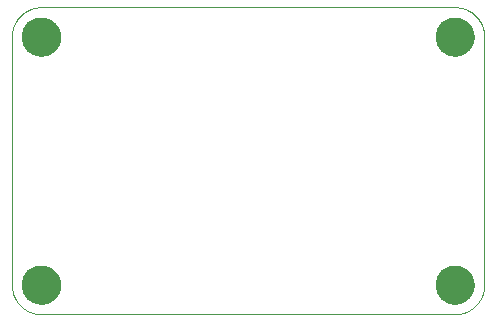
<source format=gbs>
G75*
%MOIN*%
%OFA0B0*%
%FSLAX25Y25*%
%IPPOS*%
%LPD*%
%AMOC8*
5,1,8,0,0,1.08239X$1,22.5*
%
%ADD10C,0.00000*%
%ADD11C,0.12998*%
D10*
X0013611Y0003769D02*
X0151406Y0003769D01*
X0145107Y0013611D02*
X0145109Y0013769D01*
X0145115Y0013927D01*
X0145125Y0014085D01*
X0145139Y0014243D01*
X0145157Y0014400D01*
X0145178Y0014557D01*
X0145204Y0014713D01*
X0145234Y0014869D01*
X0145267Y0015024D01*
X0145305Y0015177D01*
X0145346Y0015330D01*
X0145391Y0015482D01*
X0145440Y0015633D01*
X0145493Y0015782D01*
X0145549Y0015930D01*
X0145609Y0016076D01*
X0145673Y0016221D01*
X0145741Y0016364D01*
X0145812Y0016506D01*
X0145886Y0016646D01*
X0145964Y0016783D01*
X0146046Y0016919D01*
X0146130Y0017053D01*
X0146219Y0017184D01*
X0146310Y0017313D01*
X0146405Y0017440D01*
X0146502Y0017565D01*
X0146603Y0017687D01*
X0146707Y0017806D01*
X0146814Y0017923D01*
X0146924Y0018037D01*
X0147037Y0018148D01*
X0147152Y0018257D01*
X0147270Y0018362D01*
X0147391Y0018464D01*
X0147514Y0018564D01*
X0147640Y0018660D01*
X0147768Y0018753D01*
X0147898Y0018843D01*
X0148031Y0018929D01*
X0148166Y0019013D01*
X0148302Y0019092D01*
X0148441Y0019169D01*
X0148582Y0019241D01*
X0148724Y0019311D01*
X0148868Y0019376D01*
X0149014Y0019438D01*
X0149161Y0019496D01*
X0149310Y0019551D01*
X0149460Y0019602D01*
X0149611Y0019649D01*
X0149763Y0019692D01*
X0149916Y0019731D01*
X0150071Y0019767D01*
X0150226Y0019798D01*
X0150382Y0019826D01*
X0150538Y0019850D01*
X0150695Y0019870D01*
X0150853Y0019886D01*
X0151010Y0019898D01*
X0151169Y0019906D01*
X0151327Y0019910D01*
X0151485Y0019910D01*
X0151643Y0019906D01*
X0151802Y0019898D01*
X0151959Y0019886D01*
X0152117Y0019870D01*
X0152274Y0019850D01*
X0152430Y0019826D01*
X0152586Y0019798D01*
X0152741Y0019767D01*
X0152896Y0019731D01*
X0153049Y0019692D01*
X0153201Y0019649D01*
X0153352Y0019602D01*
X0153502Y0019551D01*
X0153651Y0019496D01*
X0153798Y0019438D01*
X0153944Y0019376D01*
X0154088Y0019311D01*
X0154230Y0019241D01*
X0154371Y0019169D01*
X0154510Y0019092D01*
X0154646Y0019013D01*
X0154781Y0018929D01*
X0154914Y0018843D01*
X0155044Y0018753D01*
X0155172Y0018660D01*
X0155298Y0018564D01*
X0155421Y0018464D01*
X0155542Y0018362D01*
X0155660Y0018257D01*
X0155775Y0018148D01*
X0155888Y0018037D01*
X0155998Y0017923D01*
X0156105Y0017806D01*
X0156209Y0017687D01*
X0156310Y0017565D01*
X0156407Y0017440D01*
X0156502Y0017313D01*
X0156593Y0017184D01*
X0156682Y0017053D01*
X0156766Y0016919D01*
X0156848Y0016783D01*
X0156926Y0016646D01*
X0157000Y0016506D01*
X0157071Y0016364D01*
X0157139Y0016221D01*
X0157203Y0016076D01*
X0157263Y0015930D01*
X0157319Y0015782D01*
X0157372Y0015633D01*
X0157421Y0015482D01*
X0157466Y0015330D01*
X0157507Y0015177D01*
X0157545Y0015024D01*
X0157578Y0014869D01*
X0157608Y0014713D01*
X0157634Y0014557D01*
X0157655Y0014400D01*
X0157673Y0014243D01*
X0157687Y0014085D01*
X0157697Y0013927D01*
X0157703Y0013769D01*
X0157705Y0013611D01*
X0157703Y0013453D01*
X0157697Y0013295D01*
X0157687Y0013137D01*
X0157673Y0012979D01*
X0157655Y0012822D01*
X0157634Y0012665D01*
X0157608Y0012509D01*
X0157578Y0012353D01*
X0157545Y0012198D01*
X0157507Y0012045D01*
X0157466Y0011892D01*
X0157421Y0011740D01*
X0157372Y0011589D01*
X0157319Y0011440D01*
X0157263Y0011292D01*
X0157203Y0011146D01*
X0157139Y0011001D01*
X0157071Y0010858D01*
X0157000Y0010716D01*
X0156926Y0010576D01*
X0156848Y0010439D01*
X0156766Y0010303D01*
X0156682Y0010169D01*
X0156593Y0010038D01*
X0156502Y0009909D01*
X0156407Y0009782D01*
X0156310Y0009657D01*
X0156209Y0009535D01*
X0156105Y0009416D01*
X0155998Y0009299D01*
X0155888Y0009185D01*
X0155775Y0009074D01*
X0155660Y0008965D01*
X0155542Y0008860D01*
X0155421Y0008758D01*
X0155298Y0008658D01*
X0155172Y0008562D01*
X0155044Y0008469D01*
X0154914Y0008379D01*
X0154781Y0008293D01*
X0154646Y0008209D01*
X0154510Y0008130D01*
X0154371Y0008053D01*
X0154230Y0007981D01*
X0154088Y0007911D01*
X0153944Y0007846D01*
X0153798Y0007784D01*
X0153651Y0007726D01*
X0153502Y0007671D01*
X0153352Y0007620D01*
X0153201Y0007573D01*
X0153049Y0007530D01*
X0152896Y0007491D01*
X0152741Y0007455D01*
X0152586Y0007424D01*
X0152430Y0007396D01*
X0152274Y0007372D01*
X0152117Y0007352D01*
X0151959Y0007336D01*
X0151802Y0007324D01*
X0151643Y0007316D01*
X0151485Y0007312D01*
X0151327Y0007312D01*
X0151169Y0007316D01*
X0151010Y0007324D01*
X0150853Y0007336D01*
X0150695Y0007352D01*
X0150538Y0007372D01*
X0150382Y0007396D01*
X0150226Y0007424D01*
X0150071Y0007455D01*
X0149916Y0007491D01*
X0149763Y0007530D01*
X0149611Y0007573D01*
X0149460Y0007620D01*
X0149310Y0007671D01*
X0149161Y0007726D01*
X0149014Y0007784D01*
X0148868Y0007846D01*
X0148724Y0007911D01*
X0148582Y0007981D01*
X0148441Y0008053D01*
X0148302Y0008130D01*
X0148166Y0008209D01*
X0148031Y0008293D01*
X0147898Y0008379D01*
X0147768Y0008469D01*
X0147640Y0008562D01*
X0147514Y0008658D01*
X0147391Y0008758D01*
X0147270Y0008860D01*
X0147152Y0008965D01*
X0147037Y0009074D01*
X0146924Y0009185D01*
X0146814Y0009299D01*
X0146707Y0009416D01*
X0146603Y0009535D01*
X0146502Y0009657D01*
X0146405Y0009782D01*
X0146310Y0009909D01*
X0146219Y0010038D01*
X0146130Y0010169D01*
X0146046Y0010303D01*
X0145964Y0010439D01*
X0145886Y0010576D01*
X0145812Y0010716D01*
X0145741Y0010858D01*
X0145673Y0011001D01*
X0145609Y0011146D01*
X0145549Y0011292D01*
X0145493Y0011440D01*
X0145440Y0011589D01*
X0145391Y0011740D01*
X0145346Y0011892D01*
X0145305Y0012045D01*
X0145267Y0012198D01*
X0145234Y0012353D01*
X0145204Y0012509D01*
X0145178Y0012665D01*
X0145157Y0012822D01*
X0145139Y0012979D01*
X0145125Y0013137D01*
X0145115Y0013295D01*
X0145109Y0013453D01*
X0145107Y0013611D01*
X0151406Y0003768D02*
X0151644Y0003771D01*
X0151882Y0003779D01*
X0152119Y0003794D01*
X0152356Y0003814D01*
X0152592Y0003840D01*
X0152828Y0003871D01*
X0153063Y0003908D01*
X0153297Y0003951D01*
X0153530Y0004000D01*
X0153762Y0004054D01*
X0153992Y0004114D01*
X0154221Y0004179D01*
X0154448Y0004250D01*
X0154673Y0004326D01*
X0154896Y0004408D01*
X0155118Y0004495D01*
X0155337Y0004587D01*
X0155554Y0004685D01*
X0155768Y0004787D01*
X0155980Y0004895D01*
X0156190Y0005009D01*
X0156396Y0005127D01*
X0156600Y0005250D01*
X0156800Y0005378D01*
X0156997Y0005510D01*
X0157192Y0005648D01*
X0157382Y0005790D01*
X0157570Y0005937D01*
X0157753Y0006088D01*
X0157933Y0006243D01*
X0158109Y0006403D01*
X0158281Y0006567D01*
X0158450Y0006736D01*
X0158614Y0006908D01*
X0158774Y0007084D01*
X0158929Y0007264D01*
X0159080Y0007447D01*
X0159227Y0007635D01*
X0159369Y0007825D01*
X0159507Y0008020D01*
X0159639Y0008217D01*
X0159767Y0008417D01*
X0159890Y0008621D01*
X0160008Y0008827D01*
X0160122Y0009037D01*
X0160230Y0009249D01*
X0160332Y0009463D01*
X0160430Y0009680D01*
X0160522Y0009899D01*
X0160609Y0010121D01*
X0160691Y0010344D01*
X0160767Y0010569D01*
X0160838Y0010796D01*
X0160903Y0011025D01*
X0160963Y0011255D01*
X0161017Y0011487D01*
X0161066Y0011720D01*
X0161109Y0011954D01*
X0161146Y0012189D01*
X0161177Y0012425D01*
X0161203Y0012661D01*
X0161223Y0012898D01*
X0161238Y0013135D01*
X0161246Y0013373D01*
X0161249Y0013611D01*
X0161249Y0096288D01*
X0145107Y0096288D02*
X0145109Y0096446D01*
X0145115Y0096604D01*
X0145125Y0096762D01*
X0145139Y0096920D01*
X0145157Y0097077D01*
X0145178Y0097234D01*
X0145204Y0097390D01*
X0145234Y0097546D01*
X0145267Y0097701D01*
X0145305Y0097854D01*
X0145346Y0098007D01*
X0145391Y0098159D01*
X0145440Y0098310D01*
X0145493Y0098459D01*
X0145549Y0098607D01*
X0145609Y0098753D01*
X0145673Y0098898D01*
X0145741Y0099041D01*
X0145812Y0099183D01*
X0145886Y0099323D01*
X0145964Y0099460D01*
X0146046Y0099596D01*
X0146130Y0099730D01*
X0146219Y0099861D01*
X0146310Y0099990D01*
X0146405Y0100117D01*
X0146502Y0100242D01*
X0146603Y0100364D01*
X0146707Y0100483D01*
X0146814Y0100600D01*
X0146924Y0100714D01*
X0147037Y0100825D01*
X0147152Y0100934D01*
X0147270Y0101039D01*
X0147391Y0101141D01*
X0147514Y0101241D01*
X0147640Y0101337D01*
X0147768Y0101430D01*
X0147898Y0101520D01*
X0148031Y0101606D01*
X0148166Y0101690D01*
X0148302Y0101769D01*
X0148441Y0101846D01*
X0148582Y0101918D01*
X0148724Y0101988D01*
X0148868Y0102053D01*
X0149014Y0102115D01*
X0149161Y0102173D01*
X0149310Y0102228D01*
X0149460Y0102279D01*
X0149611Y0102326D01*
X0149763Y0102369D01*
X0149916Y0102408D01*
X0150071Y0102444D01*
X0150226Y0102475D01*
X0150382Y0102503D01*
X0150538Y0102527D01*
X0150695Y0102547D01*
X0150853Y0102563D01*
X0151010Y0102575D01*
X0151169Y0102583D01*
X0151327Y0102587D01*
X0151485Y0102587D01*
X0151643Y0102583D01*
X0151802Y0102575D01*
X0151959Y0102563D01*
X0152117Y0102547D01*
X0152274Y0102527D01*
X0152430Y0102503D01*
X0152586Y0102475D01*
X0152741Y0102444D01*
X0152896Y0102408D01*
X0153049Y0102369D01*
X0153201Y0102326D01*
X0153352Y0102279D01*
X0153502Y0102228D01*
X0153651Y0102173D01*
X0153798Y0102115D01*
X0153944Y0102053D01*
X0154088Y0101988D01*
X0154230Y0101918D01*
X0154371Y0101846D01*
X0154510Y0101769D01*
X0154646Y0101690D01*
X0154781Y0101606D01*
X0154914Y0101520D01*
X0155044Y0101430D01*
X0155172Y0101337D01*
X0155298Y0101241D01*
X0155421Y0101141D01*
X0155542Y0101039D01*
X0155660Y0100934D01*
X0155775Y0100825D01*
X0155888Y0100714D01*
X0155998Y0100600D01*
X0156105Y0100483D01*
X0156209Y0100364D01*
X0156310Y0100242D01*
X0156407Y0100117D01*
X0156502Y0099990D01*
X0156593Y0099861D01*
X0156682Y0099730D01*
X0156766Y0099596D01*
X0156848Y0099460D01*
X0156926Y0099323D01*
X0157000Y0099183D01*
X0157071Y0099041D01*
X0157139Y0098898D01*
X0157203Y0098753D01*
X0157263Y0098607D01*
X0157319Y0098459D01*
X0157372Y0098310D01*
X0157421Y0098159D01*
X0157466Y0098007D01*
X0157507Y0097854D01*
X0157545Y0097701D01*
X0157578Y0097546D01*
X0157608Y0097390D01*
X0157634Y0097234D01*
X0157655Y0097077D01*
X0157673Y0096920D01*
X0157687Y0096762D01*
X0157697Y0096604D01*
X0157703Y0096446D01*
X0157705Y0096288D01*
X0157703Y0096130D01*
X0157697Y0095972D01*
X0157687Y0095814D01*
X0157673Y0095656D01*
X0157655Y0095499D01*
X0157634Y0095342D01*
X0157608Y0095186D01*
X0157578Y0095030D01*
X0157545Y0094875D01*
X0157507Y0094722D01*
X0157466Y0094569D01*
X0157421Y0094417D01*
X0157372Y0094266D01*
X0157319Y0094117D01*
X0157263Y0093969D01*
X0157203Y0093823D01*
X0157139Y0093678D01*
X0157071Y0093535D01*
X0157000Y0093393D01*
X0156926Y0093253D01*
X0156848Y0093116D01*
X0156766Y0092980D01*
X0156682Y0092846D01*
X0156593Y0092715D01*
X0156502Y0092586D01*
X0156407Y0092459D01*
X0156310Y0092334D01*
X0156209Y0092212D01*
X0156105Y0092093D01*
X0155998Y0091976D01*
X0155888Y0091862D01*
X0155775Y0091751D01*
X0155660Y0091642D01*
X0155542Y0091537D01*
X0155421Y0091435D01*
X0155298Y0091335D01*
X0155172Y0091239D01*
X0155044Y0091146D01*
X0154914Y0091056D01*
X0154781Y0090970D01*
X0154646Y0090886D01*
X0154510Y0090807D01*
X0154371Y0090730D01*
X0154230Y0090658D01*
X0154088Y0090588D01*
X0153944Y0090523D01*
X0153798Y0090461D01*
X0153651Y0090403D01*
X0153502Y0090348D01*
X0153352Y0090297D01*
X0153201Y0090250D01*
X0153049Y0090207D01*
X0152896Y0090168D01*
X0152741Y0090132D01*
X0152586Y0090101D01*
X0152430Y0090073D01*
X0152274Y0090049D01*
X0152117Y0090029D01*
X0151959Y0090013D01*
X0151802Y0090001D01*
X0151643Y0089993D01*
X0151485Y0089989D01*
X0151327Y0089989D01*
X0151169Y0089993D01*
X0151010Y0090001D01*
X0150853Y0090013D01*
X0150695Y0090029D01*
X0150538Y0090049D01*
X0150382Y0090073D01*
X0150226Y0090101D01*
X0150071Y0090132D01*
X0149916Y0090168D01*
X0149763Y0090207D01*
X0149611Y0090250D01*
X0149460Y0090297D01*
X0149310Y0090348D01*
X0149161Y0090403D01*
X0149014Y0090461D01*
X0148868Y0090523D01*
X0148724Y0090588D01*
X0148582Y0090658D01*
X0148441Y0090730D01*
X0148302Y0090807D01*
X0148166Y0090886D01*
X0148031Y0090970D01*
X0147898Y0091056D01*
X0147768Y0091146D01*
X0147640Y0091239D01*
X0147514Y0091335D01*
X0147391Y0091435D01*
X0147270Y0091537D01*
X0147152Y0091642D01*
X0147037Y0091751D01*
X0146924Y0091862D01*
X0146814Y0091976D01*
X0146707Y0092093D01*
X0146603Y0092212D01*
X0146502Y0092334D01*
X0146405Y0092459D01*
X0146310Y0092586D01*
X0146219Y0092715D01*
X0146130Y0092846D01*
X0146046Y0092980D01*
X0145964Y0093116D01*
X0145886Y0093253D01*
X0145812Y0093393D01*
X0145741Y0093535D01*
X0145673Y0093678D01*
X0145609Y0093823D01*
X0145549Y0093969D01*
X0145493Y0094117D01*
X0145440Y0094266D01*
X0145391Y0094417D01*
X0145346Y0094569D01*
X0145305Y0094722D01*
X0145267Y0094875D01*
X0145234Y0095030D01*
X0145204Y0095186D01*
X0145178Y0095342D01*
X0145157Y0095499D01*
X0145139Y0095656D01*
X0145125Y0095814D01*
X0145115Y0095972D01*
X0145109Y0096130D01*
X0145107Y0096288D01*
X0151406Y0106131D02*
X0151644Y0106128D01*
X0151882Y0106120D01*
X0152119Y0106105D01*
X0152356Y0106085D01*
X0152592Y0106059D01*
X0152828Y0106028D01*
X0153063Y0105991D01*
X0153297Y0105948D01*
X0153530Y0105899D01*
X0153762Y0105845D01*
X0153992Y0105785D01*
X0154221Y0105720D01*
X0154448Y0105649D01*
X0154673Y0105573D01*
X0154896Y0105491D01*
X0155118Y0105404D01*
X0155337Y0105312D01*
X0155554Y0105214D01*
X0155768Y0105112D01*
X0155980Y0105004D01*
X0156190Y0104890D01*
X0156396Y0104772D01*
X0156600Y0104649D01*
X0156800Y0104521D01*
X0156997Y0104389D01*
X0157192Y0104251D01*
X0157382Y0104109D01*
X0157570Y0103962D01*
X0157753Y0103811D01*
X0157933Y0103656D01*
X0158109Y0103496D01*
X0158281Y0103332D01*
X0158450Y0103163D01*
X0158614Y0102991D01*
X0158774Y0102815D01*
X0158929Y0102635D01*
X0159080Y0102452D01*
X0159227Y0102264D01*
X0159369Y0102074D01*
X0159507Y0101879D01*
X0159639Y0101682D01*
X0159767Y0101482D01*
X0159890Y0101278D01*
X0160008Y0101072D01*
X0160122Y0100862D01*
X0160230Y0100650D01*
X0160332Y0100436D01*
X0160430Y0100219D01*
X0160522Y0100000D01*
X0160609Y0099778D01*
X0160691Y0099555D01*
X0160767Y0099330D01*
X0160838Y0099103D01*
X0160903Y0098874D01*
X0160963Y0098644D01*
X0161017Y0098412D01*
X0161066Y0098179D01*
X0161109Y0097945D01*
X0161146Y0097710D01*
X0161177Y0097474D01*
X0161203Y0097238D01*
X0161223Y0097001D01*
X0161238Y0096764D01*
X0161246Y0096526D01*
X0161249Y0096288D01*
X0151406Y0106131D02*
X0013611Y0106131D01*
X0007312Y0096288D02*
X0007314Y0096446D01*
X0007320Y0096604D01*
X0007330Y0096762D01*
X0007344Y0096920D01*
X0007362Y0097077D01*
X0007383Y0097234D01*
X0007409Y0097390D01*
X0007439Y0097546D01*
X0007472Y0097701D01*
X0007510Y0097854D01*
X0007551Y0098007D01*
X0007596Y0098159D01*
X0007645Y0098310D01*
X0007698Y0098459D01*
X0007754Y0098607D01*
X0007814Y0098753D01*
X0007878Y0098898D01*
X0007946Y0099041D01*
X0008017Y0099183D01*
X0008091Y0099323D01*
X0008169Y0099460D01*
X0008251Y0099596D01*
X0008335Y0099730D01*
X0008424Y0099861D01*
X0008515Y0099990D01*
X0008610Y0100117D01*
X0008707Y0100242D01*
X0008808Y0100364D01*
X0008912Y0100483D01*
X0009019Y0100600D01*
X0009129Y0100714D01*
X0009242Y0100825D01*
X0009357Y0100934D01*
X0009475Y0101039D01*
X0009596Y0101141D01*
X0009719Y0101241D01*
X0009845Y0101337D01*
X0009973Y0101430D01*
X0010103Y0101520D01*
X0010236Y0101606D01*
X0010371Y0101690D01*
X0010507Y0101769D01*
X0010646Y0101846D01*
X0010787Y0101918D01*
X0010929Y0101988D01*
X0011073Y0102053D01*
X0011219Y0102115D01*
X0011366Y0102173D01*
X0011515Y0102228D01*
X0011665Y0102279D01*
X0011816Y0102326D01*
X0011968Y0102369D01*
X0012121Y0102408D01*
X0012276Y0102444D01*
X0012431Y0102475D01*
X0012587Y0102503D01*
X0012743Y0102527D01*
X0012900Y0102547D01*
X0013058Y0102563D01*
X0013215Y0102575D01*
X0013374Y0102583D01*
X0013532Y0102587D01*
X0013690Y0102587D01*
X0013848Y0102583D01*
X0014007Y0102575D01*
X0014164Y0102563D01*
X0014322Y0102547D01*
X0014479Y0102527D01*
X0014635Y0102503D01*
X0014791Y0102475D01*
X0014946Y0102444D01*
X0015101Y0102408D01*
X0015254Y0102369D01*
X0015406Y0102326D01*
X0015557Y0102279D01*
X0015707Y0102228D01*
X0015856Y0102173D01*
X0016003Y0102115D01*
X0016149Y0102053D01*
X0016293Y0101988D01*
X0016435Y0101918D01*
X0016576Y0101846D01*
X0016715Y0101769D01*
X0016851Y0101690D01*
X0016986Y0101606D01*
X0017119Y0101520D01*
X0017249Y0101430D01*
X0017377Y0101337D01*
X0017503Y0101241D01*
X0017626Y0101141D01*
X0017747Y0101039D01*
X0017865Y0100934D01*
X0017980Y0100825D01*
X0018093Y0100714D01*
X0018203Y0100600D01*
X0018310Y0100483D01*
X0018414Y0100364D01*
X0018515Y0100242D01*
X0018612Y0100117D01*
X0018707Y0099990D01*
X0018798Y0099861D01*
X0018887Y0099730D01*
X0018971Y0099596D01*
X0019053Y0099460D01*
X0019131Y0099323D01*
X0019205Y0099183D01*
X0019276Y0099041D01*
X0019344Y0098898D01*
X0019408Y0098753D01*
X0019468Y0098607D01*
X0019524Y0098459D01*
X0019577Y0098310D01*
X0019626Y0098159D01*
X0019671Y0098007D01*
X0019712Y0097854D01*
X0019750Y0097701D01*
X0019783Y0097546D01*
X0019813Y0097390D01*
X0019839Y0097234D01*
X0019860Y0097077D01*
X0019878Y0096920D01*
X0019892Y0096762D01*
X0019902Y0096604D01*
X0019908Y0096446D01*
X0019910Y0096288D01*
X0019908Y0096130D01*
X0019902Y0095972D01*
X0019892Y0095814D01*
X0019878Y0095656D01*
X0019860Y0095499D01*
X0019839Y0095342D01*
X0019813Y0095186D01*
X0019783Y0095030D01*
X0019750Y0094875D01*
X0019712Y0094722D01*
X0019671Y0094569D01*
X0019626Y0094417D01*
X0019577Y0094266D01*
X0019524Y0094117D01*
X0019468Y0093969D01*
X0019408Y0093823D01*
X0019344Y0093678D01*
X0019276Y0093535D01*
X0019205Y0093393D01*
X0019131Y0093253D01*
X0019053Y0093116D01*
X0018971Y0092980D01*
X0018887Y0092846D01*
X0018798Y0092715D01*
X0018707Y0092586D01*
X0018612Y0092459D01*
X0018515Y0092334D01*
X0018414Y0092212D01*
X0018310Y0092093D01*
X0018203Y0091976D01*
X0018093Y0091862D01*
X0017980Y0091751D01*
X0017865Y0091642D01*
X0017747Y0091537D01*
X0017626Y0091435D01*
X0017503Y0091335D01*
X0017377Y0091239D01*
X0017249Y0091146D01*
X0017119Y0091056D01*
X0016986Y0090970D01*
X0016851Y0090886D01*
X0016715Y0090807D01*
X0016576Y0090730D01*
X0016435Y0090658D01*
X0016293Y0090588D01*
X0016149Y0090523D01*
X0016003Y0090461D01*
X0015856Y0090403D01*
X0015707Y0090348D01*
X0015557Y0090297D01*
X0015406Y0090250D01*
X0015254Y0090207D01*
X0015101Y0090168D01*
X0014946Y0090132D01*
X0014791Y0090101D01*
X0014635Y0090073D01*
X0014479Y0090049D01*
X0014322Y0090029D01*
X0014164Y0090013D01*
X0014007Y0090001D01*
X0013848Y0089993D01*
X0013690Y0089989D01*
X0013532Y0089989D01*
X0013374Y0089993D01*
X0013215Y0090001D01*
X0013058Y0090013D01*
X0012900Y0090029D01*
X0012743Y0090049D01*
X0012587Y0090073D01*
X0012431Y0090101D01*
X0012276Y0090132D01*
X0012121Y0090168D01*
X0011968Y0090207D01*
X0011816Y0090250D01*
X0011665Y0090297D01*
X0011515Y0090348D01*
X0011366Y0090403D01*
X0011219Y0090461D01*
X0011073Y0090523D01*
X0010929Y0090588D01*
X0010787Y0090658D01*
X0010646Y0090730D01*
X0010507Y0090807D01*
X0010371Y0090886D01*
X0010236Y0090970D01*
X0010103Y0091056D01*
X0009973Y0091146D01*
X0009845Y0091239D01*
X0009719Y0091335D01*
X0009596Y0091435D01*
X0009475Y0091537D01*
X0009357Y0091642D01*
X0009242Y0091751D01*
X0009129Y0091862D01*
X0009019Y0091976D01*
X0008912Y0092093D01*
X0008808Y0092212D01*
X0008707Y0092334D01*
X0008610Y0092459D01*
X0008515Y0092586D01*
X0008424Y0092715D01*
X0008335Y0092846D01*
X0008251Y0092980D01*
X0008169Y0093116D01*
X0008091Y0093253D01*
X0008017Y0093393D01*
X0007946Y0093535D01*
X0007878Y0093678D01*
X0007814Y0093823D01*
X0007754Y0093969D01*
X0007698Y0094117D01*
X0007645Y0094266D01*
X0007596Y0094417D01*
X0007551Y0094569D01*
X0007510Y0094722D01*
X0007472Y0094875D01*
X0007439Y0095030D01*
X0007409Y0095186D01*
X0007383Y0095342D01*
X0007362Y0095499D01*
X0007344Y0095656D01*
X0007330Y0095814D01*
X0007320Y0095972D01*
X0007314Y0096130D01*
X0007312Y0096288D01*
X0003769Y0096288D02*
X0003769Y0013611D01*
X0007312Y0013611D02*
X0007314Y0013769D01*
X0007320Y0013927D01*
X0007330Y0014085D01*
X0007344Y0014243D01*
X0007362Y0014400D01*
X0007383Y0014557D01*
X0007409Y0014713D01*
X0007439Y0014869D01*
X0007472Y0015024D01*
X0007510Y0015177D01*
X0007551Y0015330D01*
X0007596Y0015482D01*
X0007645Y0015633D01*
X0007698Y0015782D01*
X0007754Y0015930D01*
X0007814Y0016076D01*
X0007878Y0016221D01*
X0007946Y0016364D01*
X0008017Y0016506D01*
X0008091Y0016646D01*
X0008169Y0016783D01*
X0008251Y0016919D01*
X0008335Y0017053D01*
X0008424Y0017184D01*
X0008515Y0017313D01*
X0008610Y0017440D01*
X0008707Y0017565D01*
X0008808Y0017687D01*
X0008912Y0017806D01*
X0009019Y0017923D01*
X0009129Y0018037D01*
X0009242Y0018148D01*
X0009357Y0018257D01*
X0009475Y0018362D01*
X0009596Y0018464D01*
X0009719Y0018564D01*
X0009845Y0018660D01*
X0009973Y0018753D01*
X0010103Y0018843D01*
X0010236Y0018929D01*
X0010371Y0019013D01*
X0010507Y0019092D01*
X0010646Y0019169D01*
X0010787Y0019241D01*
X0010929Y0019311D01*
X0011073Y0019376D01*
X0011219Y0019438D01*
X0011366Y0019496D01*
X0011515Y0019551D01*
X0011665Y0019602D01*
X0011816Y0019649D01*
X0011968Y0019692D01*
X0012121Y0019731D01*
X0012276Y0019767D01*
X0012431Y0019798D01*
X0012587Y0019826D01*
X0012743Y0019850D01*
X0012900Y0019870D01*
X0013058Y0019886D01*
X0013215Y0019898D01*
X0013374Y0019906D01*
X0013532Y0019910D01*
X0013690Y0019910D01*
X0013848Y0019906D01*
X0014007Y0019898D01*
X0014164Y0019886D01*
X0014322Y0019870D01*
X0014479Y0019850D01*
X0014635Y0019826D01*
X0014791Y0019798D01*
X0014946Y0019767D01*
X0015101Y0019731D01*
X0015254Y0019692D01*
X0015406Y0019649D01*
X0015557Y0019602D01*
X0015707Y0019551D01*
X0015856Y0019496D01*
X0016003Y0019438D01*
X0016149Y0019376D01*
X0016293Y0019311D01*
X0016435Y0019241D01*
X0016576Y0019169D01*
X0016715Y0019092D01*
X0016851Y0019013D01*
X0016986Y0018929D01*
X0017119Y0018843D01*
X0017249Y0018753D01*
X0017377Y0018660D01*
X0017503Y0018564D01*
X0017626Y0018464D01*
X0017747Y0018362D01*
X0017865Y0018257D01*
X0017980Y0018148D01*
X0018093Y0018037D01*
X0018203Y0017923D01*
X0018310Y0017806D01*
X0018414Y0017687D01*
X0018515Y0017565D01*
X0018612Y0017440D01*
X0018707Y0017313D01*
X0018798Y0017184D01*
X0018887Y0017053D01*
X0018971Y0016919D01*
X0019053Y0016783D01*
X0019131Y0016646D01*
X0019205Y0016506D01*
X0019276Y0016364D01*
X0019344Y0016221D01*
X0019408Y0016076D01*
X0019468Y0015930D01*
X0019524Y0015782D01*
X0019577Y0015633D01*
X0019626Y0015482D01*
X0019671Y0015330D01*
X0019712Y0015177D01*
X0019750Y0015024D01*
X0019783Y0014869D01*
X0019813Y0014713D01*
X0019839Y0014557D01*
X0019860Y0014400D01*
X0019878Y0014243D01*
X0019892Y0014085D01*
X0019902Y0013927D01*
X0019908Y0013769D01*
X0019910Y0013611D01*
X0019908Y0013453D01*
X0019902Y0013295D01*
X0019892Y0013137D01*
X0019878Y0012979D01*
X0019860Y0012822D01*
X0019839Y0012665D01*
X0019813Y0012509D01*
X0019783Y0012353D01*
X0019750Y0012198D01*
X0019712Y0012045D01*
X0019671Y0011892D01*
X0019626Y0011740D01*
X0019577Y0011589D01*
X0019524Y0011440D01*
X0019468Y0011292D01*
X0019408Y0011146D01*
X0019344Y0011001D01*
X0019276Y0010858D01*
X0019205Y0010716D01*
X0019131Y0010576D01*
X0019053Y0010439D01*
X0018971Y0010303D01*
X0018887Y0010169D01*
X0018798Y0010038D01*
X0018707Y0009909D01*
X0018612Y0009782D01*
X0018515Y0009657D01*
X0018414Y0009535D01*
X0018310Y0009416D01*
X0018203Y0009299D01*
X0018093Y0009185D01*
X0017980Y0009074D01*
X0017865Y0008965D01*
X0017747Y0008860D01*
X0017626Y0008758D01*
X0017503Y0008658D01*
X0017377Y0008562D01*
X0017249Y0008469D01*
X0017119Y0008379D01*
X0016986Y0008293D01*
X0016851Y0008209D01*
X0016715Y0008130D01*
X0016576Y0008053D01*
X0016435Y0007981D01*
X0016293Y0007911D01*
X0016149Y0007846D01*
X0016003Y0007784D01*
X0015856Y0007726D01*
X0015707Y0007671D01*
X0015557Y0007620D01*
X0015406Y0007573D01*
X0015254Y0007530D01*
X0015101Y0007491D01*
X0014946Y0007455D01*
X0014791Y0007424D01*
X0014635Y0007396D01*
X0014479Y0007372D01*
X0014322Y0007352D01*
X0014164Y0007336D01*
X0014007Y0007324D01*
X0013848Y0007316D01*
X0013690Y0007312D01*
X0013532Y0007312D01*
X0013374Y0007316D01*
X0013215Y0007324D01*
X0013058Y0007336D01*
X0012900Y0007352D01*
X0012743Y0007372D01*
X0012587Y0007396D01*
X0012431Y0007424D01*
X0012276Y0007455D01*
X0012121Y0007491D01*
X0011968Y0007530D01*
X0011816Y0007573D01*
X0011665Y0007620D01*
X0011515Y0007671D01*
X0011366Y0007726D01*
X0011219Y0007784D01*
X0011073Y0007846D01*
X0010929Y0007911D01*
X0010787Y0007981D01*
X0010646Y0008053D01*
X0010507Y0008130D01*
X0010371Y0008209D01*
X0010236Y0008293D01*
X0010103Y0008379D01*
X0009973Y0008469D01*
X0009845Y0008562D01*
X0009719Y0008658D01*
X0009596Y0008758D01*
X0009475Y0008860D01*
X0009357Y0008965D01*
X0009242Y0009074D01*
X0009129Y0009185D01*
X0009019Y0009299D01*
X0008912Y0009416D01*
X0008808Y0009535D01*
X0008707Y0009657D01*
X0008610Y0009782D01*
X0008515Y0009909D01*
X0008424Y0010038D01*
X0008335Y0010169D01*
X0008251Y0010303D01*
X0008169Y0010439D01*
X0008091Y0010576D01*
X0008017Y0010716D01*
X0007946Y0010858D01*
X0007878Y0011001D01*
X0007814Y0011146D01*
X0007754Y0011292D01*
X0007698Y0011440D01*
X0007645Y0011589D01*
X0007596Y0011740D01*
X0007551Y0011892D01*
X0007510Y0012045D01*
X0007472Y0012198D01*
X0007439Y0012353D01*
X0007409Y0012509D01*
X0007383Y0012665D01*
X0007362Y0012822D01*
X0007344Y0012979D01*
X0007330Y0013137D01*
X0007320Y0013295D01*
X0007314Y0013453D01*
X0007312Y0013611D01*
X0003768Y0013611D02*
X0003771Y0013373D01*
X0003779Y0013135D01*
X0003794Y0012898D01*
X0003814Y0012661D01*
X0003840Y0012425D01*
X0003871Y0012189D01*
X0003908Y0011954D01*
X0003951Y0011720D01*
X0004000Y0011487D01*
X0004054Y0011255D01*
X0004114Y0011025D01*
X0004179Y0010796D01*
X0004250Y0010569D01*
X0004326Y0010344D01*
X0004408Y0010121D01*
X0004495Y0009899D01*
X0004587Y0009680D01*
X0004685Y0009463D01*
X0004787Y0009249D01*
X0004895Y0009037D01*
X0005009Y0008827D01*
X0005127Y0008621D01*
X0005250Y0008417D01*
X0005378Y0008217D01*
X0005510Y0008020D01*
X0005648Y0007825D01*
X0005790Y0007635D01*
X0005937Y0007447D01*
X0006088Y0007264D01*
X0006243Y0007084D01*
X0006403Y0006908D01*
X0006567Y0006736D01*
X0006736Y0006567D01*
X0006908Y0006403D01*
X0007084Y0006243D01*
X0007264Y0006088D01*
X0007447Y0005937D01*
X0007635Y0005790D01*
X0007825Y0005648D01*
X0008020Y0005510D01*
X0008217Y0005378D01*
X0008417Y0005250D01*
X0008621Y0005127D01*
X0008827Y0005009D01*
X0009037Y0004895D01*
X0009249Y0004787D01*
X0009463Y0004685D01*
X0009680Y0004587D01*
X0009899Y0004495D01*
X0010121Y0004408D01*
X0010344Y0004326D01*
X0010569Y0004250D01*
X0010796Y0004179D01*
X0011025Y0004114D01*
X0011255Y0004054D01*
X0011487Y0004000D01*
X0011720Y0003951D01*
X0011954Y0003908D01*
X0012189Y0003871D01*
X0012425Y0003840D01*
X0012661Y0003814D01*
X0012898Y0003794D01*
X0013135Y0003779D01*
X0013373Y0003771D01*
X0013611Y0003768D01*
X0003768Y0096288D02*
X0003771Y0096526D01*
X0003779Y0096764D01*
X0003794Y0097001D01*
X0003814Y0097238D01*
X0003840Y0097474D01*
X0003871Y0097710D01*
X0003908Y0097945D01*
X0003951Y0098179D01*
X0004000Y0098412D01*
X0004054Y0098644D01*
X0004114Y0098874D01*
X0004179Y0099103D01*
X0004250Y0099330D01*
X0004326Y0099555D01*
X0004408Y0099778D01*
X0004495Y0100000D01*
X0004587Y0100219D01*
X0004685Y0100436D01*
X0004787Y0100650D01*
X0004895Y0100862D01*
X0005009Y0101072D01*
X0005127Y0101278D01*
X0005250Y0101482D01*
X0005378Y0101682D01*
X0005510Y0101879D01*
X0005648Y0102074D01*
X0005790Y0102264D01*
X0005937Y0102452D01*
X0006088Y0102635D01*
X0006243Y0102815D01*
X0006403Y0102991D01*
X0006567Y0103163D01*
X0006736Y0103332D01*
X0006908Y0103496D01*
X0007084Y0103656D01*
X0007264Y0103811D01*
X0007447Y0103962D01*
X0007635Y0104109D01*
X0007825Y0104251D01*
X0008020Y0104389D01*
X0008217Y0104521D01*
X0008417Y0104649D01*
X0008621Y0104772D01*
X0008827Y0104890D01*
X0009037Y0105004D01*
X0009249Y0105112D01*
X0009463Y0105214D01*
X0009680Y0105312D01*
X0009899Y0105404D01*
X0010121Y0105491D01*
X0010344Y0105573D01*
X0010569Y0105649D01*
X0010796Y0105720D01*
X0011025Y0105785D01*
X0011255Y0105845D01*
X0011487Y0105899D01*
X0011720Y0105948D01*
X0011954Y0105991D01*
X0012189Y0106028D01*
X0012425Y0106059D01*
X0012661Y0106085D01*
X0012898Y0106105D01*
X0013135Y0106120D01*
X0013373Y0106128D01*
X0013611Y0106131D01*
D11*
X0013611Y0096288D03*
X0013611Y0013611D03*
X0151406Y0013611D03*
X0151406Y0096288D03*
M02*

</source>
